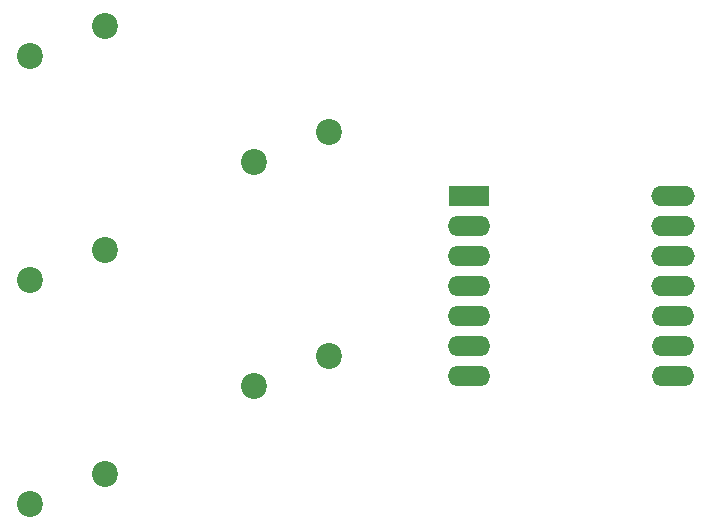
<source format=gbr>
%TF.GenerationSoftware,KiCad,Pcbnew,8.0.6*%
%TF.CreationDate,2024-10-22T13:33:25+08:00*%
%TF.ProjectId,Hackpad,4861636b-7061-4642-9e6b-696361645f70,rev?*%
%TF.SameCoordinates,Original*%
%TF.FileFunction,Copper,L2,Bot*%
%TF.FilePolarity,Positive*%
%FSLAX46Y46*%
G04 Gerber Fmt 4.6, Leading zero omitted, Abs format (unit mm)*
G04 Created by KiCad (PCBNEW 8.0.6) date 2024-10-22 13:33:25*
%MOMM*%
%LPD*%
G01*
G04 APERTURE LIST*
%TA.AperFunction,ComponentPad*%
%ADD10C,2.200000*%
%TD*%
%TA.AperFunction,ComponentPad*%
%ADD11R,3.500000X1.700000*%
%TD*%
%TA.AperFunction,ComponentPad*%
%ADD12O,3.600000X1.700000*%
%TD*%
%TA.AperFunction,ComponentPad*%
%ADD13O,3.700000X1.700000*%
%TD*%
G04 APERTURE END LIST*
D10*
%TO.P,SW3,1,1*%
%TO.N,Net-(U1-PA7_A8_D8_SCK)*%
X84540000Y-43920000D03*
%TO.P,SW3,2,2*%
%TO.N,GND*%
X78190000Y-46460000D03*
%TD*%
D11*
%TO.P,U1,1,PA02_A0_D0*%
%TO.N,unconnected-(U1-PA02_A0_D0-Pad1)*%
X115375000Y-58380000D03*
D12*
%TO.P,U1,2,PA4_A1_D1*%
%TO.N,unconnected-(U1-PA4_A1_D1-Pad2)*%
X115375000Y-60920000D03*
%TO.P,U1,3,PA10_A2_D2*%
%TO.N,unconnected-(U1-PA10_A2_D2-Pad3)*%
X115375000Y-63460000D03*
%TO.P,U1,4,PA11_A3_D3*%
%TO.N,unconnected-(U1-PA11_A3_D3-Pad4)*%
X115375000Y-66000000D03*
%TO.P,U1,5,PA8_A4_D4_SDA*%
%TO.N,unconnected-(U1-PA8_A4_D4_SDA-Pad5)*%
X115375000Y-68540000D03*
%TO.P,U1,6,PA9_A5_D5_SCL*%
%TO.N,unconnected-(U1-PA9_A5_D5_SCL-Pad6)*%
X115375000Y-71080000D03*
%TO.P,U1,7,PB08_A6_D6_TX*%
%TO.N,Net-(U1-PB08_A6_D6_TX)*%
X115375000Y-73620000D03*
%TO.P,U1,8,PB09_A7_D7_RX*%
%TO.N,Net-(U1-PB09_A7_D7_RX)*%
X132625000Y-73620000D03*
%TO.P,U1,9,PA7_A8_D8_SCK*%
%TO.N,Net-(U1-PA7_A8_D8_SCK)*%
X132625000Y-71080000D03*
%TO.P,U1,10,PA5_A9_D9_MISO*%
%TO.N,Net-(U1-PA5_A9_D9_MISO)*%
X132625000Y-68540000D03*
D13*
%TO.P,U1,11,PA6_A10_D10_MOSI*%
%TO.N,Net-(U1-PA6_A10_D10_MOSI)*%
X132625000Y-66000000D03*
%TO.P,U1,12,3V3*%
%TO.N,unconnected-(U1-3V3-Pad12)*%
X132625000Y-63460000D03*
%TO.P,U1,13,GND*%
%TO.N,GND*%
X132625000Y-60920000D03*
%TO.P,U1,14,5V*%
%TO.N,unconnected-(U1-5V-Pad14)*%
X132625000Y-58380000D03*
%TD*%
D10*
%TO.P,SW1,1,1*%
%TO.N,Net-(U1-PA6_A10_D10_MOSI)*%
X103540000Y-52920000D03*
%TO.P,SW1,2,2*%
%TO.N,GND*%
X97190000Y-55460000D03*
%TD*%
%TO.P,SW5,1,1*%
%TO.N,Net-(U1-PB08_A6_D6_TX)*%
X84540000Y-81920000D03*
%TO.P,SW5,2,2*%
%TO.N,GND*%
X78190000Y-84460000D03*
%TD*%
%TO.P,SW2,1,1*%
%TO.N,Net-(U1-PA5_A9_D9_MISO)*%
X103540000Y-71920000D03*
%TO.P,SW2,2,2*%
%TO.N,GND*%
X97190000Y-74460000D03*
%TD*%
%TO.P,SW4,1,1*%
%TO.N,Net-(U1-PB09_A7_D7_RX)*%
X84540000Y-62920000D03*
%TO.P,SW4,2,2*%
%TO.N,GND*%
X78190000Y-65460000D03*
%TD*%
M02*

</source>
